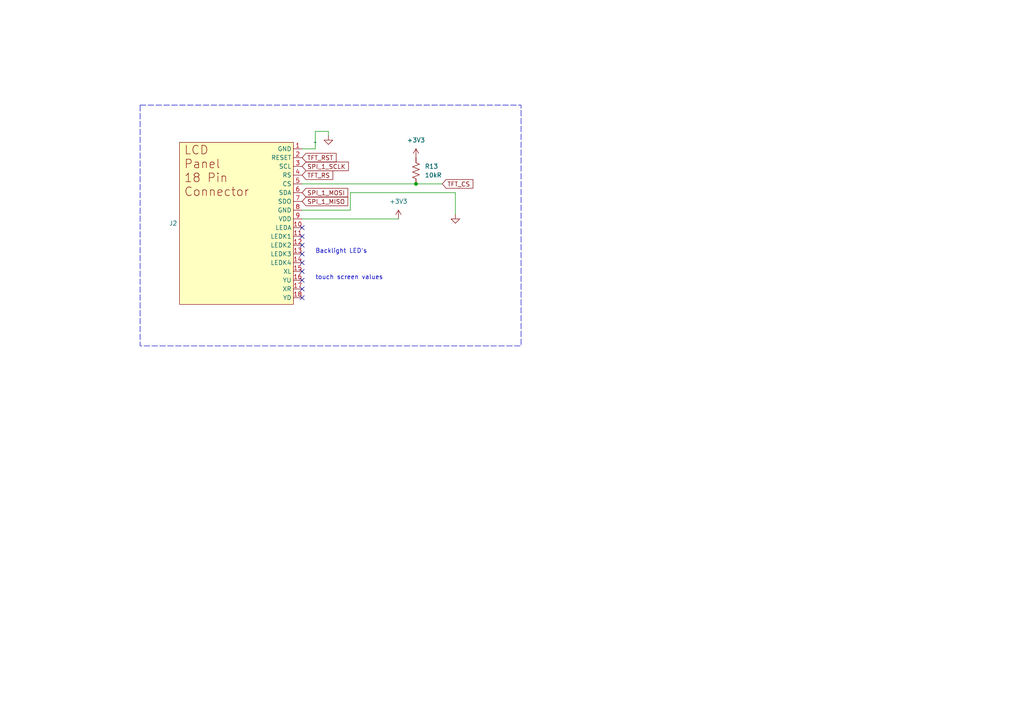
<source format=kicad_sch>
(kicad_sch (version 20230121) (generator eeschema)
  (paper "A4")
  (title_block (title "LCD_Panel") (date "2024-02-27") (rev "1.0") (company "Sidharth Sreeram"))
  (lib_symbols
    (symbol "Device:R_US" (pin_numbers hide) (pin_names (offset 0))
      (property "Reference" "R" (at 2.54 0 90))
      (property "Value" "R_US" (at -2.54 0 90))
      (symbol "R_US_0_1"
        (polyline (pts (xy 0 -2.286) (xy 0 -2.54)))
        (polyline (pts (xy 0 2.286) (xy 0 2.54)))
        (polyline (pts (xy 0 -0.762) (xy 1.016 -1.143) (xy 0 -1.524) (xy -1.016 -1.905) (xy 0 -2.286)))
        (polyline (pts (xy 0 0.762) (xy 1.016 0.381) (xy 0 0) (xy -1.016 -0.381) (xy 0 -0.762)))
        (polyline (pts (xy 0 2.286) (xy 1.016 1.905) (xy 0 1.524) (xy -1.016 1.143) (xy 0 0.762)))
      )
      (symbol "R_US_1_1"
        (pin passive line (at 0 3.81 270) (length 1.27) (name "~") (number "1"))
        (pin passive line (at 0 -3.81 90) (length 1.27) (name "~") (number "2"))
      )
    )
    (symbol "ResinPrinter:LCD_Film_Connector"
      (property "Reference" "J" (at -4.445 22.225 0))
      (symbol "LCD_Film_Connector_1_1"
        (rectangle (start 1.905 22.225) (end 34.925 -24.765) (fill (type background)))
        (text "LCD\nPanel\n18 Pin\nConnector" (at 33.655 13.97 0) (effects (font (size 2.5 2.5)) (justify right)))
        (pin power_in line (at -0.635 20.32 0) (length 2.54) (name "GND") (number "1"))
        (pin bidirectional line (at -0.635 -2.54 0) (length 2.54) (name "LEDA") (number "10"))
        (pin bidirectional line (at -0.635 -5.08 0) (length 2.54) (name "LEDK1") (number "11"))
        (pin bidirectional line (at -0.635 -7.62 0) (length 2.54) (name "LEDK2") (number "12"))
        (pin bidirectional line (at -0.635 -10.16 0) (length 2.54) (name "LEDK3") (number "13"))
        (pin bidirectional line (at -0.635 -12.7 0) (length 2.54) (name "LEDK4") (number "14"))
        (pin bidirectional line (at -0.635 -15.24 0) (length 2.54) (name "XL") (number "15"))
        (pin bidirectional line (at -0.635 -17.78 0) (length 2.54) (name "YU") (number "16"))
        (pin bidirectional line (at -0.635 -20.32 0) (length 2.54) (name "XR") (number "17"))
        (pin bidirectional line (at -0.635 -22.86 0) (length 2.54) (name "YD") (number "18"))
        (pin bidirectional line (at -0.635 17.78 0) (length 2.54) (name "RESET") (number "2"))
        (pin bidirectional line (at -0.635 15.24 0) (length 2.54) (name "SCL") (number "3"))
        (pin bidirectional line (at -0.635 12.7 0) (length 2.54) (name "RS") (number "4"))
        (pin bidirectional line (at -0.635 10.16 0) (length 2.54) (name "CS") (number "5"))
        (pin bidirectional line (at -0.635 7.62 0) (length 2.54) (name "SDA") (number "6"))
        (pin bidirectional line (at -0.635 5.08 0) (length 2.54) (name "SDO") (number "7"))
        (pin power_in line (at -0.635 2.54 0) (length 2.54) (name "GND") (number "8"))
        (pin power_in line (at -0.635 0 0) (length 2.54) (name "VDD") (number "9"))
      )
    )
    (symbol "power:+3V3" (power) (pin_names (offset 0))
      (property "Value" "+3V3" (at 0 3.556 0))
      (symbol "+3V3_0_1"
        (polyline (pts (xy -0.762 1.27) (xy 0 2.54)))
        (polyline (pts (xy 0 0) (xy 0 2.54)))
        (polyline (pts (xy 0 2.54) (xy 0.762 1.27)))
      )
      (symbol "+3V3_1_1"
        (pin power_in line (at 0 0 90) (length 0) hide (name "+3V3") (number "1"))
      )
    )
    (symbol "power:GND" (power) (pin_names (offset 0))
      (property "Value" "GND" (at 0 -3.81 0))
      (symbol "GND_0_1"
        (polyline (pts (xy 0 0) (xy 0 -1.27) (xy 1.27 -1.27) (xy 0 -2.54) (xy -1.27 -1.27) (xy 0 -1.27)))
      )
      (symbol "GND_1_1"
        (pin power_in line (at 0 0 270) (length 0) hide (name "GND") (number "1"))
      )
    )
  )
  (junction (at 120.65 53.34))
  (no_connect (at 87.63 66.04))
  (no_connect (at 87.63 71.12))
  (no_connect (at 87.63 86.36))
  (no_connect (at 87.63 73.66))
  (no_connect (at 87.63 83.82))
  (no_connect (at 87.63 76.2))
  (no_connect (at 87.63 78.74))
  (no_connect (at 87.63 68.58))
  (no_connect (at 87.63 81.28))
  (wire (pts (xy 101.6 55.88) (xy 132.08 55.88)))
  (wire (pts (xy 87.63 60.96) (xy 101.6 60.96)))
  (wire (pts (xy 101.6 60.96) (xy 101.6 55.88)))
  (wire (pts (xy 87.63 63.5) (xy 115.57 63.5)))
  (wire (pts (xy 91.44 43.18) (xy 91.44 38.1)))
  (wire (pts (xy 91.44 38.1) (xy 95.25 38.1)))
  (wire (pts (xy 120.65 53.34) (xy 87.63 53.34)))
  (wire (pts (xy 132.08 55.88) (xy 132.08 62.23)))
  (wire (pts (xy 95.25 38.1) (xy 95.25 39.37)))
  (wire (pts (xy 128.27 53.34) (xy 120.65 53.34)))
  (wire (pts (xy 91.44 43.18) (xy 87.63 43.18)))
  (rectangle (start 40.64 30.48) (end 151.13 100.33) (stroke (width 0) (type dash)))
  (text "Backlight LED's\n" (at 91.44 73.66 0) (effects (font (size 1.27 1.27)) (justify left bottom)))
  (text "touch screen values" (at 91.44 81.28 0) (effects (font (size 1.27 1.27)) (justify left bottom)))
  (global_label "TFT_RST" (shape input) (at 87.63 45.72 0) (property "Intersheetrefs" "${INTERSHEET_REFS}" (effects hide)))
  (global_label "TFT_RS" (shape input) (at 87.63 50.8 0) (property "Intersheetrefs" "${INTERSHEET_REFS}" (effects hide)))
  (global_label "SPI_1_SCLK" (shape input) (at 87.63 48.26 0) (property "Intersheetrefs" "${INTERSHEET_REFS}" (effects hide)))
  (global_label "SPI_1_MOSI" (shape input) (at 87.63 55.88 0) (property "Intersheetrefs" "${INTERSHEET_REFS}" (effects hide)))
  (global_label "SPI_1_MISO" (shape input) (at 87.63 58.42 0) (property "Intersheetrefs" "${INTERSHEET_REFS}" (effects hide)))
  (global_label "TFT_CS" (shape input) (at 128.27 53.34 0) (property "Intersheetrefs" "${INTERSHEET_REFS}" (effects hide)))
  (symbol (lib_id "power:GND") (at 95.25 39.37 0) (unit 1)
    (property "Reference" "#PWR04" (effects hide))
    (property "Value" "GND" (effects hide))
  )
  (symbol (lib_id "Device:R_US") (at 120.65 49.53 0) (unit 1)
    (property "Reference" "R13" (at 123.19 48.26 0) (effects (justify left)))
    (property "Value" "10kR" (at 123.19 50.8 0) (effects (justify left)))
    (property "Footprint" "PCM_Resistor_SMD_AKL:R_0402_1005Metric_Pad0.72x0.64mm_HandSolder" (effects hide))
  )
  (symbol (lib_id "power:GND") (at 132.08 62.23 0) (unit 1)
    (property "Reference" "#PWR06" (effects hide))
    (property "Value" "GND" (effects hide))
  )
  (symbol (lib_id "power:+3V3") (at 120.65 45.72 0) (unit 1)
    (property "Reference" "#PWR05" (effects hide))
    (property "Value" "+3V3" (at 120.65 40.64 0))
  )
  (symbol (lib_id "power:+3V3") (at 115.57 63.5 0) (unit 1)
    (property "Reference" "#PWR07" (effects hide))
    (property "Value" "+3V3" (at 115.57 58.42 0))
  )
  (symbol (lib_id "ResinPrinter:LCD_Film_Connector") (at 86.995 63.5 0) (mirror y) (unit 1)
    (property "Reference" "J2" (at 51.435 64.77 0) (effects (justify left)))
    (property "Value" "~" (at 91.44 41.275 0))
    (property "Footprint" "ResinPrinter:18Pin_LCD_Panel" (effects hide))
  )
)
</source>
